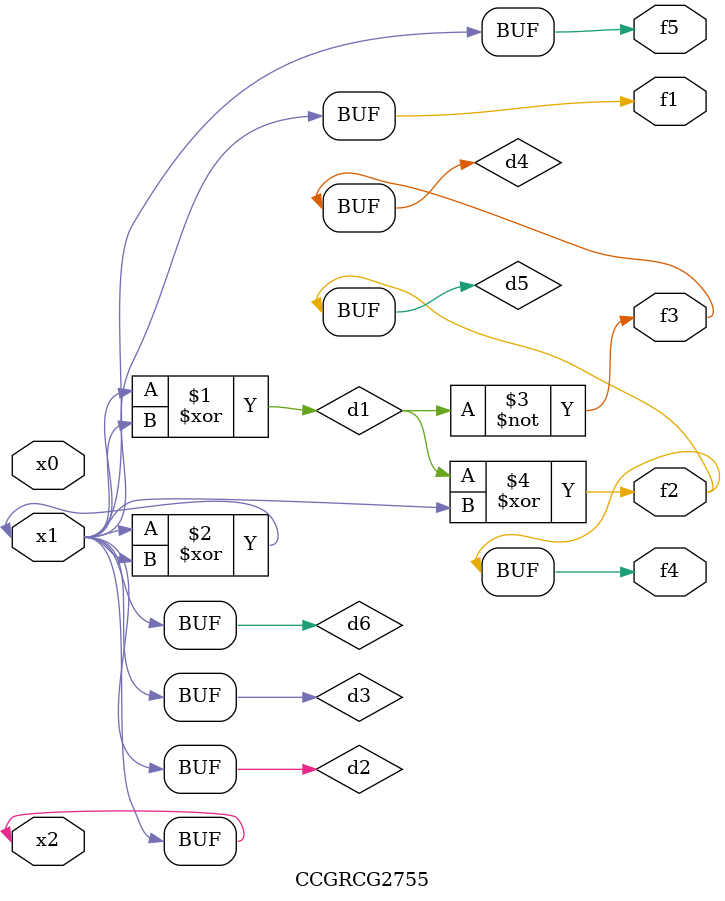
<source format=v>
module CCGRCG2755(
	input x0, x1, x2,
	output f1, f2, f3, f4, f5
);

	wire d1, d2, d3, d4, d5, d6;

	xor (d1, x1, x2);
	buf (d2, x1, x2);
	xor (d3, x1, x2);
	nor (d4, d1);
	xor (d5, d1, d2);
	buf (d6, d2, d3);
	assign f1 = d6;
	assign f2 = d5;
	assign f3 = d4;
	assign f4 = d5;
	assign f5 = d6;
endmodule

</source>
